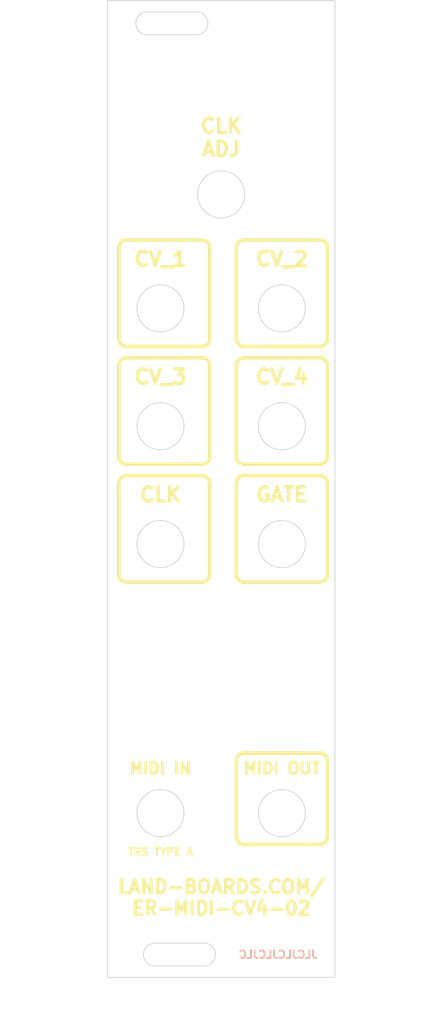
<source format=kicad_pcb>
(kicad_pcb (version 20211014) (generator pcbnew)

  (general
    (thickness 1.6)
  )

  (paper "A")
  (title_block
    (title "SYNTH MIDI COMTROLLER")
    (date "2022-09-23")
    (rev "1")
    (company "LAND BOARDS, LLC")
  )

  (layers
    (0 "F.Cu" signal)
    (31 "B.Cu" signal)
    (32 "B.Adhes" user "B.Adhesive")
    (33 "F.Adhes" user "F.Adhesive")
    (34 "B.Paste" user)
    (35 "F.Paste" user)
    (36 "B.SilkS" user "B.Silkscreen")
    (37 "F.SilkS" user "F.Silkscreen")
    (38 "B.Mask" user)
    (39 "F.Mask" user)
    (40 "Dwgs.User" user "User.Drawings")
    (41 "Cmts.User" user "User.Comments")
    (42 "Eco1.User" user "User.Eco1")
    (43 "Eco2.User" user "User.Eco2")
    (44 "Edge.Cuts" user)
    (45 "Margin" user)
    (46 "B.CrtYd" user "B.Courtyard")
    (47 "F.CrtYd" user "F.Courtyard")
    (48 "B.Fab" user)
    (49 "F.Fab" user)
    (50 "User.1" user)
    (51 "User.2" user)
    (52 "User.3" user)
    (53 "User.4" user)
    (54 "User.5" user)
    (55 "User.6" user)
    (56 "User.7" user)
    (57 "User.8" user)
    (58 "User.9" user)
  )

  (setup
    (stackup
      (layer "F.SilkS" (type "Top Silk Screen"))
      (layer "F.Paste" (type "Top Solder Paste"))
      (layer "F.Mask" (type "Top Solder Mask") (thickness 0.01))
      (layer "F.Cu" (type "copper") (thickness 0.035))
      (layer "dielectric 1" (type "core") (thickness 1.51) (material "FR4") (epsilon_r 4.5) (loss_tangent 0.02))
      (layer "B.Cu" (type "copper") (thickness 0.035))
      (layer "B.Mask" (type "Bottom Solder Mask") (thickness 0.01))
      (layer "B.Paste" (type "Bottom Solder Paste"))
      (layer "B.SilkS" (type "Bottom Silk Screen"))
      (copper_finish "None")
      (dielectric_constraints no)
    )
    (pad_to_mask_clearance 0)
    (pcbplotparams
      (layerselection 0x00010f0_ffffffff)
      (disableapertmacros false)
      (usegerberextensions true)
      (usegerberattributes true)
      (usegerberadvancedattributes true)
      (creategerberjobfile false)
      (svguseinch false)
      (svgprecision 6)
      (excludeedgelayer true)
      (plotframeref false)
      (viasonmask false)
      (mode 1)
      (useauxorigin false)
      (hpglpennumber 1)
      (hpglpenspeed 20)
      (hpglpendiameter 15.000000)
      (dxfpolygonmode true)
      (dxfimperialunits true)
      (dxfusepcbnewfont true)
      (psnegative false)
      (psa4output false)
      (plotreference true)
      (plotvalue true)
      (plotinvisibletext false)
      (sketchpadsonfab false)
      (subtractmaskfromsilk false)
      (outputformat 1)
      (mirror false)
      (drillshape 0)
      (scaleselection 1)
      (outputdirectory "PLOTS/")
    )
  )

  (net 0 "")

  (gr_arc (start 43.5 63.500003) (mid 42.792894 63.207109) (end 42.5 62.500003) (layer "F.SilkS") (width 0.5) (tstamp 01c950c2-84d4-4062-97ce-28407e323c63))
  (gr_arc (start 54.5 62.500003) (mid 54.207106 63.207109) (end 53.5 63.500003) (layer "F.SilkS") (width 0.5) (tstamp 031a6158-41bb-434c-9952-f633292a0643))
  (gr_arc (start 38 80.5) (mid 38.707106 80.792894) (end 39 81.5) (layer "F.SilkS") (width 0.5) (tstamp 086521bb-aa82-4871-b925-dfec6632601b))
  (gr_arc (start 27 66) (mid 27.292894 65.292894) (end 28 65) (layer "F.SilkS") (width 0.5) (tstamp 08951927-dcdb-48ef-a4ba-b24fecadcc5f))
  (gr_arc (start 28 63.500003) (mid 27.292894 63.207109) (end 27 62.500003) (layer "F.SilkS") (width 0.5) (tstamp 0acb7b97-c6e6-44df-ad0d-230a70aa8726))
  (gr_arc (start 53.5 80.5) (mid 54.207106 80.792894) (end 54.5 81.5) (layer "F.SilkS") (width 0.5) (tstamp 0bb1f363-a6a4-4360-b3a2-8a23a6ef0cd2))
  (gr_arc (start 54.5 93.5) (mid 54.207106 94.207106) (end 53.5 94.5) (layer "F.SilkS") (width 0.5) (tstamp 10f2207e-4c9f-497f-8822-75f242771091))
  (gr_line (start 27 78) (end 27 66) (layer "F.SilkS") (width 0.5) (tstamp 14ae6814-97a1-417e-bec2-8de437fc055e))
  (gr_arc (start 43.5 79) (mid 42.792894 78.707106) (end 42.5 78) (layer "F.SilkS") (width 0.5) (tstamp 191f42b3-4d25-45d5-a764-a0fd795e322b))
  (gr_line (start 53.5 94.5) (end 43.5 94.5) (layer "F.SilkS") (width 0.5) (tstamp 1d9fd35e-e8e2-4c33-a921-4b378b726bfd))
  (gr_arc (start 53.5 117) (mid 54.207106 117.292894) (end 54.5 118) (layer "F.SilkS") (width 0.5) (tstamp 200b738a-50e9-4f57-b197-9a6a0ae11af3))
  (gr_line (start 39 81.5) (end 39 93.5) (layer "F.SilkS") (width 0.5) (tstamp 22e05c34-96b8-4069-9f79-2d9ac090c4fd))
  (gr_arc (start 42.5 66) (mid 42.792894 65.292894) (end 43.5 65) (layer "F.SilkS") (width 0.5) (tstamp 24115169-fbaf-42f8-8ea2-50b53559acae))
  (gr_line (start 27 62.500003) (end 27 50.500003) (layer "F.SilkS") (width 0.5) (tstamp 2e4ab829-7cbc-43d6-922e-e58b81d5b325))
  (gr_arc (start 38 65) (mid 38.707106 65.292894) (end 39 66) (layer "F.SilkS") (width 0.5) (tstamp 316f7731-ca0e-4353-9d0a-b39b70f911ba))
  (gr_line (start 37.5 80.5) (end 38 80.5) (layer "F.SilkS") (width 0.5) (tstamp 3f21455d-20a3-407d-a570-605014555bd5))
  (gr_line (start 43.5 65) (end 53.5 65) (layer "F.SilkS") (width 0.5) (tstamp 42ff3cd4-f496-4fae-ad51-e4a6d6c4a3fd))
  (gr_line (start 42.5 128) (end 42.5 118) (layer "F.SilkS") (width 0.5) (tstamp 430b98dc-0155-464c-95fc-2bf720cc2dd3))
  (gr_arc (start 39 62.500003) (mid 38.707106 63.207109) (end 38 63.500003) (layer "F.SilkS") (width 0.5) (tstamp 457f42c3-5be7-4c16-bf1a-e05a256ab5fe))
  (gr_line (start 38 63.500003) (end 28 63.500003) (layer "F.SilkS") (width 0.5) (tstamp 4d12fef9-a8a6-4fe7-8eb6-18559735365e))
  (gr_arc (start 42.5 81.5) (mid 42.792894 80.792894) (end 43.5 80.5) (layer "F.SilkS") (width 0.5) (tstamp 4d7913ec-4655-459d-9d6e-4012b30399d1))
  (gr_line (start 53.5 63.500003) (end 43.5 63.500003) (layer "F.SilkS") (width 0.5) (tstamp 4e6670df-abff-4ed6-b674-d8eab1e694b7))
  (gr_line (start 53.5 79) (end 43.5 79) (layer "F.SilkS") (width 0.5) (tstamp 5073e2aa-8704-462c-b9ec-5d0a20454258))
  (gr_arc (start 39 93.5) (mid 38.707106 94.207106) (end 38 94.5) (layer "F.SilkS") (width 0.5) (tstamp 582478c1-2b8b-43d2-85cb-59350c641191))
  (gr_arc (start 28 79) (mid 27.292894 78.707106) (end 27 78) (layer "F.SilkS") (width 0.5) (tstamp 598a409e-d6d1-4e1e-9626-b7f83b7ccb98))
  (gr_line (start 39 50.500003) (end 39 62.500003) (layer "F.SilkS") (width 0.5) (tstamp 5c488b78-0da5-43a2-95d3-30c56a0b5e7b))
  (gr_arc (start 42.5 118) (mid 42.792894 117.292894) (end 43.5 117) (layer "F.SilkS") (width 0.5) (tstamp 60a7dcc1-b459-4b69-be02-f48b66a815f0))
  (gr_line (start 43.5 80.5) (end 53.5 80.5) (layer "F.SilkS") (width 0.5) (tstamp 76752e48-a448-4dca-84c8-1c4d0d9d956d))
  (gr_arc (start 54.5 78) (mid 54.207106 78.707106) (end 53.5 79) (layer "F.SilkS") (width 0.5) (tstamp 878d500e-41a8-4a2f-b3a1-3d4bb11333d8))
  (gr_line (start 42.5 50.500003) (end 42.5 62.500003) (layer "F.SilkS") (width 0.5) (tstamp 88ac54d2-fbab-47d5-99b7-9af1eb96e113))
  (gr_arc (start 53.5 49.500003) (mid 54.207106 49.792897) (end 54.5 50.500003) (layer "F.SilkS") (width 0.5) (tstamp 95589da1-41ce-4ceb-8fc8-bfd893562be9))
  (gr_line (start 38 94.5) (end 28 94.5) (layer "F.SilkS") (width 0.5) (tstamp 95da6862-d051-4e1d-b81c-75babc447219))
  (gr_line (start 42.5 93.5) (end 42.5 81.5) (layer "F.SilkS") (width 0.5) (tstamp 9907464b-5215-4823-8445-eacd75e14a05))
  (gr_line (start 38 79) (end 28 79) (layer "F.SilkS") (width 0.5) (tstamp 9bd3b295-cf9b-4409-8a15-32cee0098743))
  (gr_arc (start 53.5 65) (mid 54.207106 65.292894) (end 54.5 66) (layer "F.SilkS") (width 0.5) (tstamp 9dbac948-b489-471f-bb28-c108b83fe088))
  (gr_arc (start 42.5 50.500003) (mid 42.792894 49.792897) (end 43.5 49.500003) (layer "F.SilkS") (width 0.5) (tstamp a020bf6e-574c-4ecb-89ab-06ce8f4215f3))
  (gr_line (start 28 49.500003) (end 38 49.500003) (layer "F.SilkS") (width 0.5) (tstamp a16ea363-07ef-4986-8f97-4e5827bfc40a))
  (gr_line (start 43.5 117) (end 53.5 117) (layer "F.SilkS") (width 0.5) (tstamp a43ae97f-ff8c-43dd-8d6d-82a22f1be9b5))
  (gr_line (start 54.5 50.500003) (end 54.5 62.500003) (layer "F.SilkS") (width 0.5) (tstamp a59a7927-0a9c-48b1-8d02-37baf1009ef6))
  (gr_arc (start 43.5 94.5) (mid 42.792894 94.207106) (end 42.5 93.5) (layer "F.SilkS") (width 0.5) (tstamp adb39c73-c912-4059-a3cc-e14562947fd0))
  (gr_line (start 37.5 65) (end 38 65) (layer "F.SilkS") (width 0.5) (tstamp bc947ef2-1a25-4fc3-90a8-e452619c96c9))
  (gr_line (start 28 80.5) (end 37.5 80.5) (layer "F.SilkS") (width 0.5) (tstamp be99a4ba-3663-4140-bab1-87952b1f1619))
  (gr_arc (start 38 49.500003) (mid 38.707106 49.792897) (end 39 50.500003) (layer "F.SilkS") (width 0.5) (tstamp c0d7ddc3-0fb2-4859-8099-85cf17faa495))
  (gr_arc (start 54.5 128) (mid 54.207106 128.707106) (end 53.5 129) (layer "F.SilkS") (width 0.5) (tstamp c25b90aa-c787-46a1-8b80-e5b9fd45039a))
  (gr_arc (start 28 94.5) (mid 27.292894 94.207106) (end 27 93.5) (layer "F.SilkS") (width 0.5) (tstamp c9556b0d-d953-4d41-96d0-b7a67e70f8f1))
  (gr_arc (start 27 81.5) (mid 27.292894 80.792894) (end 28 80.5) (layer "F.SilkS") (width 0.5) (tstamp ca1f70c2-8905-423f-b87a-c3b28e7b43db))
  (gr_line (start 28 65) (end 37.5 65) (layer "F.SilkS") (width 0.5) (tstamp cd2a1057-ec20-4708-a21a-458c10ff5984))
  (gr_line (start 43.5 49.500003) (end 53.5 49.500003) (layer "F.SilkS") (width 0.5) (tstamp cef9ded0-2b78-46a0-b213-4a6d45c2f8b0))
  (gr_line (start 54.5 118) (end 54.5 128) (layer "F.SilkS") (width 0.5) (tstamp d039718a-5f93-4d2d-b957-a40b11652989))
  (gr_line (start 54.5 81.5) (end 54.5 93.5) (layer "F.SilkS") (width 0.5) (tstamp d08d0dc3-4fb3-485d-830d-17d0533095a5))
  (gr_arc (start 39 78) (mid 38.707106 78.707106) (end 38 79) (layer "F.SilkS") (width 0.5) (tstamp d37c9a21-a75d-4c2f-950c-c4469540ead5))
  (gr_arc (start 43.5 129) (mid 42.792894 128.707106) (end 42.5 128) (layer "F.SilkS") (width 0.5) (tstamp e085e529-431d-4fe9-aed9-287036ceabd6))
  (gr_line (start 42.5 78) (end 42.5 66) (layer "F.SilkS") (width 0.5) (tstamp e2c9adb6-d3eb-4acb-868a-58ffeecc65b0))
  (gr_line (start 39 66) (end 39 78) (layer "F.SilkS") (width 0.5) (tstamp e2ca9cef-f053-499f-a166-187c41a68d8c))
  (gr_line (start 54.5 66) (end 54.5 78) (layer "F.SilkS") (width 0.5) (tstamp ebd09f57-f1eb-4035-9778-e725368edccc))
  (gr_line (start 27 93.5) (end 27 81.5) (layer "F.SilkS") (width 0.5) (tstamp ed5131c8-712f-4c44-9e10-a6c9bcfde070))
  (gr_arc (start 27 50.500003) (mid 27.292894 49.792897) (end 28 49.500003) (layer "F.SilkS") (width 0.5) (tstamp f0efb02d-e7cf-4fd7-879b-eb2dd5ed72d8))
  (gr_line (start 53.5 129) (end 43.5 129) (layer "F.SilkS") (width 0.5) (tstamp f5156e03-6da9-4205-8d49-0997e01031c7))
  (gr_circle (center 48.5 74) (end 51.6 74) (layer "Edge.Cuts") (width 0.1) (fill none) (tstamp 01077b49-82ec-4f3c-9792-fe06705ab818))
  (gr_arc (start 37.25 19.5) (mid 38.75 21) (end 37.25 22.5) (layer "Edge.Cuts") (width 0.1) (tstamp 042b5996-c3d5-409f-9c85-38e3b60c0df8))
  (gr_line (start 30.75 19.5) (end 37.25 19.5) (layer "Edge.Cuts") (width 0.1) (tstamp 14a17511-61a0-4960-9e72-4009d96ece42))
  (gr_arc (start 31.75 145) (mid 30.25 143.5) (end 31.75 142) (layer "Edge.Cuts") (width 0.1) (tstamp 1512d480-b2af-4fe9-bbe2-c76b652d0b1b))
  (gr_rect (start 25.5 18) (end 55.5 146.5) (layer "Edge.Cuts") (width 0.1) (fill none) (tstamp 29524295-9f03-40c3-8816-8e73dda48044))
  (gr_circle (center 32.5 58.5) (end 35.6 58.5) (layer "Edge.Cuts") (width 0.1) (fill none) (tstamp 33077d7c-6c18-47c6-bcc3-cf5f9439b6b3))
  (gr_circle (center 40.5 43.5) (end 43.6 43.5) (layer "Edge.Cuts") (width 0.1) (fill none) (tstamp 3324d408-a5b9-4560-951d-d219dc33ad00))
  (gr_circle (center 48.5 124.9) (end 51.6 124.9) (layer "Edge.Cuts") (width 0.1) (fill none) (tstamp 3d622ac5-9ddf-4555-894f-64fa458bae75))
  (gr_line (start 30.75 22.5) (end 37.25 22.5) (layer "Edge.Cuts") (width 0.1) (tstamp 3ec909d9-6812-400a-8364-0695bbe6c874))
  (gr_line (start 31.75 142) (end 38.25 142) (layer "Edge.Cuts") (width 0.1) (tstamp 60ba1407-c1c6-47d5-840c-5b6a8483a71d))
  (gr_circle (center 32.5 89.5) (end 35.6 89.5) (layer "Edge.Cuts") (width 0.1) (fill none) (tstamp 6325df47-1a16-48f7-8f43-e072e88dbcca))
  (gr_line (start 31.75 145) (end 38.25 145) (layer "Edge.Cuts") (width 0.1) (tstamp 744394ad-4e71-43c5-90dc-e728c5f6592a))
  (gr_circle (center 32.5 74) (end 35.6 74) (layer "Edge.Cuts") (width 0.1) (fill none) (tstamp 7b771941-e0c5-4954-b9c9-ab250ad0e446))
  (gr_arc (start 30.75 22.5) (mid 29.25 21) (end 30.75 19.5) (layer "Edge.Cuts") (width 0.1) (tstamp a2051512-b416-4449-9ad8-e7d980774088))
  (gr_circle (center 32.5 124.9) (end 35.6 124.9) (layer "Edge.Cuts") (width 0.1) (fill none) (tstamp b31ab078-0cf4-4b44-bf55-a4b6573cb52f))
  (gr_circle (center 48.5 58.5) (end 51.6 58.5) (layer "Edge.Cuts") (width 0.1) (fill none) (tstamp c6549539-6b52-4807-b853-def264073f50))
  (gr_arc (start 38.25 142) (mid 39.75 143.5) (end 38.25 145) (layer "Edge.Cuts") (width 0.1) (tstamp f4e0c764-1b5c-4a44-aa7f-2d15984ae5c6))
  (gr_circle (center 48.5 89.5) (end 51.6 89.5) (layer "Edge.Cuts") (width 0.1) (fill none) (tstamp fabcd491-1735-4557-866a-ab267aa3a552))
  (gr_text "JLCJLCJLCJLC" (at 48 143.5) (layer "B.SilkS") (tstamp 619cf9e3-25a5-4699-bab6-469aedc62cab)
    (effects (font (size 1 1) (thickness 0.25)) (justify mirror))
  )
  (gr_text "MIDI OUT" (at 48.5 119) (layer "F.SilkS") (tstamp 20091f7d-b577-4828-ae1f-5d3f7f651caf)
    (effects (font (size 1.5 1.5) (thickness 0.375)))
  )
  (gr_text "GATE" (at 48.5 83) (layer "F.SilkS") (tstamp 2ee6ebe8-ab38-4be3-8fb4-3f20417c3c22)
    (effects (font (size 1.8796 1.905) (thickness 0.4699)))
  )
  (gr_text "MIDI IN" (at 32.5 119) (layer "F.SilkS") (tstamp 449a4130-5198-43c7-aa17-3cb30c17454b)
    (effects (font (size 1.5 1.5) (thickness 0.375)))
  )
  (gr_text "CV_2\n" (at 48.5 52) (layer "F.SilkS") (tstamp 57bdabbe-9c03-49ae-bb22-ae1503463d66)
    (effects (font (size 1.8796 1.905) (thickness 0.4699)))
  )
  (gr_text "CLK\nADJ" (at 40.5 36) (layer "F.SilkS") (tstamp 94b35258-6e08-436d-9604-f516d57c2619)
    (effects (font (size 1.8796 1.905) (thickness 0.4699)))
  )
  (gr_text "CLK" (at 32.5 83) (layer "F.SilkS") (tstamp 9c23439b-eaf7-44f1-a182-a090260035ac)
    (effects (font (size 1.8796 1.905) (thickness 0.4699)))
  )
  (gr_text "CV_4" (at 48.5 67.5) (layer "F.SilkS") (tstamp a6bce69b-fee2-4420-bbeb-9e5af8e718cb)
    (effects (font (size 1.8796 1.905) (thickness 0.4699)))
  )
  (gr_text "CV_3" (at 32.5 67.5) (layer "F.SilkS") (tstamp d7fc25e7-72aa-4235-b313-ecc59377976b)
    (effects (font (size 1.8796 1.905) (thickness 0.4699)))
  )
  (gr_text "LAND-BOARDS.COM/\nER-MIDI-CV4-02" (at 40.499995 136.000007) (layer "F.SilkS") (tstamp e4931782-5c66-4c17-9c84-fc8a5a7fec89)
    (effects (font (size 1.75 1.75) (thickness 0.4375)))
  )
  (gr_text "TRS TYPE A" (at 32.5 130) (layer "F.SilkS") (tstamp f3e959cf-1c16-4a01-80a2-bf87d187d993)
    (effects (font (size 1 1) (thickness 0.25)))
  )
  (gr_text "CV_1" (at 32.5 52) (layer "F.SilkS") (tstamp feeff704-3bb6-42cf-b239-499ad811fa56)
    (effects (font (size 1.8796 1.905) (thickness 0.4699)))
  )
  (dimension (type aligned) (layer "Dwgs.User") (tstamp 0993bb66-894d-4b7f-97db-4f0b153754c0)
    (pts (xy 25.5 18) (xy 26.5 18))
    (height 130)
    (gr_text "1.0 mm" (at 22 148) (layer "Dwgs.User") (tstamp 0993bb66-894d-4b7f-97db-4f0b153754c0)
      (effects (font (size 1 1) (thickness 0.15)))
    )
    (format (units 2) (units_format 1) (precision 1))
    (style (thickness 0.15) (arrow_length 1.27) (text_position_mode 2) (extension_height 0.58642) (extension_offset 0.5) keep_text_aligned)
  )
  (dimension (type aligned) (layer "Dwgs.User") (tstamp 29b7baa7-4160-4241-b2d2-887aa23af7ef)
    (pts (xy 55.5 43.5) (xy 55.5 38.5))
    (height -34)
    (gr_text "196.8504 mils" (at 20.35 41 90) (layer "Dwgs.User") (tstamp 29b7baa7-4160-4241-b2d2-887aa23af7ef)
      (effects (font (size 1 1) (thickness 0.15)))
    )
    (format (units 3) (units_format 1) (precision 4))
    (style (thickness 0.15) (arrow_length 1.27) (text_position_mode 0) (extension_height 0.58642) (extension_offset 0.5) keep_text_aligned)
  )
  (dimension (type aligned) (layer "Dwgs.User") (tstamp 3255df5e-d965-46fc-9eef-44db32cda443)
    (pts (xy 25.5 18) (xy 32.5 18))
    (height 134)
    (gr_text "7.0 mm" (at 29 150.85) (layer "Dwgs.User") (tstamp 3255df5e-d965-46fc-9eef-44db32cda443)
      (effects (font (size 1 1) (thickness 0.15)))
    )
    (format (units 2) (units_format 1) (precision 1))
    (style (thickness 0.15) (arrow_length 1.27) (text_position_mode 0) (extension_height 0.58642) (extension_offset 0.5) keep_text_aligned)
  )
  (dimension (type aligned) (layer "Dwgs.User") (tstamp 33b2d1d3-5ccd-4bbd-a2cb-5bb0d930b7d9)
    (pts (xy 55.5 18) (xy 48.5 18))
    (height -134)
    (gr_text "7.0 mm" (at 52 150.85) (layer "Dwgs.User") (tstamp 33b2d1d3-5ccd-4bbd-a2cb-5bb0d930b7d9)
      (effects (font (size 1 1) (thickness 0.15)))
    )
    (format (units 2) (units_format 1) (precision 1))
    (style (thickness 0.15) (arrow_length 1.27) (text_position_mode 0) (extension_height 0.58642) (extension_offset 0.5) keep_text_aligned)
  )
  (dimension (type aligned) (layer "Dwgs.User") (tstamp 3ad39445-2a48-4e0e-b061-e59b720f1301)
    (pts (xy 55.5 58.5) (xy 55.5 53.5))
    (height -34)
    (gr_text "196.8504 mils" (at 20.35 56 90) (layer "Dwgs.User") (tstamp 3ad39445-2a48-4e0e-b061-e59b720f1301)
      (effects (font (size 1 1) (thickness 0.15)))
    )
    (format (units 3) (units_format 1) (precision 4))
    (style (thickness 0.15) (arrow_length 1.27) (text_position_mode 0) (extension_height 0.58642) (extension_offset 0.5) keep_text_aligned)
  )
  (dimension (type aligned) (layer "Dwgs.User") (tstamp 441fcce0-3f78-486b-a564-ac13feaaeb9a)
    (pts (xy 25.5 43.5) (xy 25.5 58.5))
    (height -39)
    (gr_text "15.0 mm" (at 63.35 51 90) (layer "Dwgs.User") (tstamp 441fcce0-3f78-486b-a564-ac13feaaeb9a)
      (effects (font (size 1 1) (thickness 0.15)))
    )
    (format (units 2) (units_format 1) (precision 1))
    (style (thickness 0.15) (arrow_length 1.27) (text_position_mode 0) (extension_height 0.58642) (extension_offset 0.5) keep_text_aligned)
  )
  (dimension (type aligned) (layer "Dwgs.User") (tstamp 4bb02e17-8d16-48d1-81d6-831c2b597eb1)
    (pts (xy 55.5 89.5) (xy 55.5 84.5))
    (height -34)
    (gr_text "196.8504 mils" (at 20.35 87 90) (layer "Dwgs.User") (tstamp 4bb02e17-8d16-48d1-81d6-831c2b597eb1)
      (effects (font (size 1 1) (thickness 0.15)))
    )
    (format (units 3) (units_format 1) (precision 4))
    (style (thickness 0.15) (arrow_length 1.27) (text_position_mode 0) (extension_height 0.58642) (extension_offset 0.5) keep_text_aligned)
  )
  (dimension (type aligned) (layer "Dwgs.User") (tstamp 54b8bbff-a645-49f8-859c-5b0e994d1e58)
    (pts (xy 25.5 58.5) (xy 25.5 74))
    (height -39)
    (gr_text "15.5 mm" (at 63.35 66.25 90) (layer "Dwgs.User") (tstamp 54b8bbff-a645-49f8-859c-5b0e994d1e58)
      (effects (font (size 1 1) (thickness 0.15)))
    )
    (format (units 2) (units_format 1) (precision 1))
    (style (thickness 0.15) (arrow_length 1.27) (text_position_mode 0) (extension_height 0.58642) (extension_offset 0.5) keep_text_aligned)
  )
  (dimension (type aligned) (layer "Dwgs.User") (tstamp 60bb1527-3327-4ddc-8cd6-51f08390c5fa)
    (pts (xy 25.5 89.5) (xy 25.5 116))
    (height -39)
    (gr_text "26.5 mm" (at 63.35 102.75 90) (layer "Dwgs.User") (tstamp 60bb1527-3327-4ddc-8cd6-51f08390c5fa)
      (effects (font (size 1 1) (thickness 0.15)))
    )
    (format (units 2) (units_format 1) (precision 1))
    (style (thickness 0.15) (arrow_length 1.27) (text_position_mode 0) (extension_height 0.58642) (extension_offset 0.5) keep_text_aligned)
  )
  (dimension (type aligned) (layer "Dwgs.User") (tstamp 722829f1-96ff-4dd6-8a67-a685929ab80d)
    (pts (xy 55.5 18) (xy 55.5 21))
    (height 39.5)
    (gr_text "3.00 mm" (at 14.85 19.5 90) (layer "Dwgs.User") (tstamp 722829f1-96ff-4dd6-8a67-a685929ab80d)
      (effects (font (size 1 1) (thickness 0.15)))
    )
    (format (units 2) (units_format 1) (precision 2))
    (style (thickness 0.15) (arrow_length 1.27) (text_position_mode 0) (extension_height 0.58642) (extension_offset 0.5) keep_text_aligned)
  )
  (dimension (type aligned) (layer "Dwgs.User") (tstamp 77adb890-4f1b-43fa-9b4e-3be607f4a2fc)
    (pts (xy 55.5 146.5) (xy 55.5 143.5))
    (height -32)
    (gr_text "3.0 mm" (at 23.5 140 90) (layer "Dwgs.User") (tstamp 77adb890-4f1b-43fa-9b4e-3be607f4a2fc)
      (effects (font (size 1 1) (thickness 0.15)))
    )
    (format (units 2) (units_format 1) (precision 1))
    (style (thickness 0.15) (arrow_length 1.27) (text_position_mode 2) (extension_height 0.58642) (extension_offset 0.5) keep_text_aligned)
  )
  (dimension (type aligned) (layer "Dwgs.User") (tstamp 9428e426-7b92-4345-b4f7-196de2b8592c)
    (pts (xy 25.5 32) (xy 25.5 43.5))
    (height -39)
    (gr_text "11.5 mm" (at 63.35 37.75 90) (layer "Dwgs.User") (tstamp 9428e426-7b92-4345-b4f7-196de2b8592c)
      (effects (font (size 1 1) (thickness 0.15)))
    )
    (format (units 2) (units_format 1) (precision 1))
    (style (thickness 0.15) (arrow_length 1.27) (text_position_mode 0) (extension_height 0.58642) (extension_offset 0.5) keep_text_aligned)
  )
  (dimension (type aligned) (layer "Dwgs.User") (tstamp a1ad4d61-6556-470c-9879-70831df1e9e1)
    (pts (xy 25.5 132) (xy 25.5 125))
    (height 39)
    (gr_text "7.0 mm" (at 63.35 128.5 90) (layer "Dwgs.User") (tstamp a1ad4d61-6556-470c-9879-70831df1e9e1)
      (effects (font (size 1 1) (thickness 0.15)))
    )
    (format (units 2) (units_format 1) (precision 1))
    (style (thickness 0.15) (arrow_length 1.27) (text_position_mode 0) (extension_height 0.58642) (extension_offset 0.5) keep_text_aligned)
  )
  (dimension (type aligned) (layer "Dwgs.User") (tstamp a2428900-e33b-4704-ba0a-775a219c2d46)
    (pts (xy 55.5 74) (xy 55.5 69))
    (height -34)
    (gr_text "196.8504 mils" (at 20.35 71.5 90) (layer "Dwgs.User") (tstamp a2428900-e33b-4704-ba0a-775a219c2d46)
      (effects (font (size 1 1) (thickness 0.15)))
    )
    (format (units 3) (units_format 1) (precision 4))
    (style (thickness 0.15) (arrow_length 1.27) (text_position_mode 0) (extension_height 0.58642) (extension_offset 0.5) keep_text_aligned)
  )
  (dimension (type aligned) (layer "Dwgs.User") (tstamp a29381ec-3a8d-4a7d-a740-56218aa23ad7)
    (pts (xy 25.5 116) (xy 25.5 125))
    (height -39)
    (gr_text "9.0 mm" (at 63.35 120.5 90) (layer "Dwgs.User") (tstamp a29381ec-3a8d-4a7d-a740-56218aa23ad7)
      (effects (font (size 1 1) (thickness 0.15)))
    )
    (format (units 2) (units_format 1) (precision 1))
    (style (thickness 0.15) (arrow_length 1.27) (text_position_mode 0) (extension_height 0.58642) (extension_offset 0.5) keep_text_aligned)
  )
  (dimension (type aligned) (layer "Dwgs.User") (tstamp bcaff328-7ebc-4d36-8851-5fab66b9ba2e)
    (pts (xy 25.5 18) (xy 25.5 32))
    (height -39)
    (gr_text "14.0 mm" (at 63.35 25 90) (layer "Dwgs.User") (tstamp bcaff328-7ebc-4d36-8851-5fab66b9ba2e)
      (effects (font (size 1 1) (thickness 0.15)))
    )
    (format (units 2) (units_format 1) (precision 1))
    (style (thickness 0.15) (arrow_length 1.27) (text_position_mode 0) (extension_height 0.58642) (extension_offset 0.5) keep_text_aligned)
  )
  (dimension (type aligned) (layer "Dwgs.User") (tstamp bfba3fb7-2e67-443f-b0ad-99aa9051df3e)
    (pts (xy 32.5 18) (xy 48.5 18))
    (height 134)
    (gr_text "16.0 mm" (at 40.5 150.85) (layer "Dwgs.User") (tstamp bfba3fb7-2e67-443f-b0ad-99aa9051df3e)
      (effects (font (size 1 1) (thickness 0.15)))
    )
    (format (units 2) (units_format 1) (precision 1))
    (style (thickness 0.15) (arrow_length 1.27) (text_position_mode 0) (extension_height 0.58642) (extension_offset 0.5) keep_text_aligned)
  )
  (dimension (type aligned) (layer "Dwgs.User") (tstamp c731c745-058f-48a9-934c-0a3ee28de07d)
    (pts (xy 25.5 146.5) (xy 25.5 132))
    (height 39)
    (gr_text "14.5 mm" (at 63.35 139.25 90) (layer "Dwgs.User") (tstamp c731c745-058f-48a9-934c-0a3ee28de07d)
      (effects (font (size 1 1) (thickness 0.15)))
    )
    (format (units 2) (units_format 1) (precision 1))
    (style (thickness 0.15) (arrow_length 1.27) (text_position_mode 0) (extension_height 0.58642) (extension_offset 0.5) keep_text_aligned)
  )
  (dimension (type aligned) (layer "Dwgs.User") (tstamp cbc1633b-2edb-4841-a64c-00ea63fa9a87)
    (pts (xy 25.5 74) (xy 25.5 89.5))
    (height -39)
    (gr_text "15.5 mm" (at 63.35 81.75 90) (layer "Dwgs.User") (tstamp cbc1633b-2edb-4841-a64c-00ea63fa9a87)
      (effects (font (size 1 1) (thickness 0.15)))
    )
    (format (units 2) (units_format 1) (precision 1))
    (style (thickness 0.15) (arrow_length 1.27) (text_position_mode 0) (extension_height 0.58642) (extension_offset 0.5) keep_text_aligned)
  )
  (dimension (type aligned) (layer "Dwgs.User") (tstamp db85a818-4942-422e-a686-5d055d3749c1)
    (pts (xy 55.5 125) (xy 55.5 120))
    (height -32)
    (gr_text "196.8504 mils" (at 22.35 122.5 90) (layer "Dwgs.User") (tstamp db85a818-4942-422e-a686-5d055d3749c1)
      (effects (font (size 1 1) (thickness 0.15)))
    )
    (format (units 3) (units_format 1) (precision 4))
    (style (thickness 0.15) (arrow_length 1.27) (text_position_mode 0) (extension_height 0.58642) (extension_offset 0.5) keep_text_aligned)
  )
  (dimension (type aligned) (layer "Dwgs.User") (tstamp df65c2d7-b28b-4e15-9e8b-e75a625db482)
    (pts (xy 54.5 18) (xy 55.5 18))
    (height 131.5)
    (gr_text "1.0 mm" (at 59 149.5) (layer "Dwgs.User") (tstamp df65c2d7-b28b-4e15-9e8b-e75a625db482)
      (effects (font (size 1 1) (thickness 0.15)))
    )
    (format (units 2) (units_format 1) (precision 1))
    (style (thickness 0.15) (arrow_length 1.27) (text_position_mode 2) (extension_height 0.58642) (extension_offset 0.5) keep_text_aligned)
  )
  (dimension (type aligned) (layer "Dwgs.User") (tstamp dfcf21ae-fd3c-40b2-9ae0-524856d8c6da)
    (pts (xy 25.5 18) (xy 40.5 18))
    (height 131.5)
    (gr_text "15.0 mm" (at 33 148.35) (layer "Dwgs.User") (tstamp dfcf21ae-fd3c-40b2-9ae0-524856d8c6da)
      (effects (font (size 1 1) (thickness 0.15)))
    )
    (format (units 2) (units_format 1) (precision 1))
    (style (thickness 0.15) (arrow_length 1.27) (text_position_mode 0) (extension_height 0.58642) (extension_offset 0.5) keep_text_aligned)
  )

)

</source>
